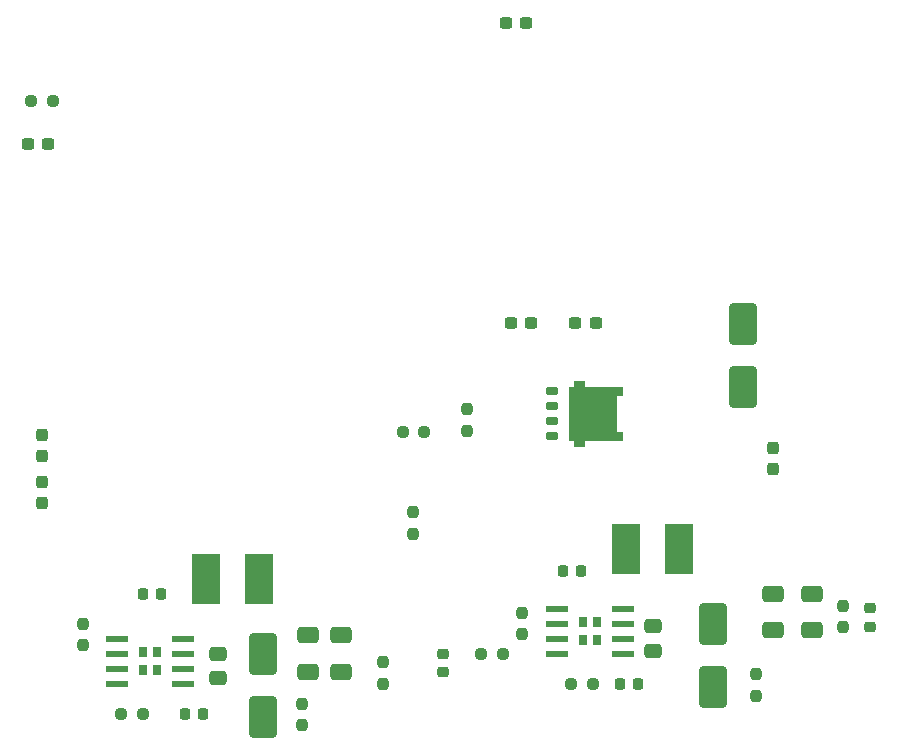
<source format=gbr>
%TF.GenerationSoftware,KiCad,Pcbnew,9.99.0-1132-g883a1f8d97*%
%TF.CreationDate,2025-07-04T12:47:25+02:00*%
%TF.ProjectId,BondheadSteering,426f6e64-6865-4616-9453-74656572696e,1*%
%TF.SameCoordinates,Original*%
%TF.FileFunction,Paste,Top*%
%TF.FilePolarity,Positive*%
%FSLAX46Y46*%
G04 Gerber Fmt 4.6, Leading zero omitted, Abs format (unit mm)*
G04 Created by KiCad (PCBNEW 9.99.0-1132-g883a1f8d97) date 2025-07-04 12:47:25*
%MOMM*%
%LPD*%
G01*
G04 APERTURE LIST*
G04 Aperture macros list*
%AMRoundRect*
0 Rectangle with rounded corners*
0 $1 Rounding radius*
0 $2 $3 $4 $5 $6 $7 $8 $9 X,Y pos of 4 corners*
0 Add a 4 corners polygon primitive as box body*
4,1,4,$2,$3,$4,$5,$6,$7,$8,$9,$2,$3,0*
0 Add four circle primitives for the rounded corners*
1,1,$1+$1,$2,$3*
1,1,$1+$1,$4,$5*
1,1,$1+$1,$6,$7*
1,1,$1+$1,$8,$9*
0 Add four rect primitives between the rounded corners*
20,1,$1+$1,$2,$3,$4,$5,0*
20,1,$1+$1,$4,$5,$6,$7,0*
20,1,$1+$1,$6,$7,$8,$9,0*
20,1,$1+$1,$8,$9,$2,$3,0*%
%AMFreePoly0*
4,1,18,-0.697500,2.280000,2.027500,2.280000,2.502500,2.280000,2.502500,1.530000,2.027500,1.530000,2.027500,-1.530000,2.502500,-1.530000,2.502500,-2.280000,-0.697500,-2.280000,-0.697500,-2.775000,-1.602500,-2.775000,-1.602500,-2.280000,-2.027500,-2.280000,-2.027500,2.280000,-1.602500,2.280000,-1.602500,2.775000,-0.697500,2.775000,-0.697500,2.280000,-0.697500,2.280000,$1*%
G04 Aperture macros list end*
%ADD10R,2.400000X4.200000*%
%ADD11RoundRect,0.225000X-0.250000X0.225000X-0.250000X-0.225000X0.250000X-0.225000X0.250000X0.225000X0*%
%ADD12RoundRect,0.250000X-0.900000X1.500000X-0.900000X-1.500000X0.900000X-1.500000X0.900000X1.500000X0*%
%ADD13RoundRect,0.237500X-0.237500X0.250000X-0.237500X-0.250000X0.237500X-0.250000X0.237500X0.250000X0*%
%ADD14RoundRect,0.225000X-0.225000X-0.250000X0.225000X-0.250000X0.225000X0.250000X-0.225000X0.250000X0*%
%ADD15RoundRect,0.250000X-0.475000X0.337500X-0.475000X-0.337500X0.475000X-0.337500X0.475000X0.337500X0*%
%ADD16RoundRect,0.237500X0.237500X-0.250000X0.237500X0.250000X-0.237500X0.250000X-0.237500X-0.250000X0*%
%ADD17RoundRect,0.237500X0.250000X0.237500X-0.250000X0.237500X-0.250000X-0.237500X0.250000X-0.237500X0*%
%ADD18RoundRect,0.237500X0.300000X0.237500X-0.300000X0.237500X-0.300000X-0.237500X0.300000X-0.237500X0*%
%ADD19RoundRect,0.250000X-0.650000X0.412500X-0.650000X-0.412500X0.650000X-0.412500X0.650000X0.412500X0*%
%ADD20RoundRect,0.237500X0.237500X-0.300000X0.237500X0.300000X-0.237500X0.300000X-0.237500X-0.300000X0*%
%ADD21R,1.910000X0.610000*%
%ADD22R,0.723000X0.930000*%
%ADD23RoundRect,0.237500X-0.237500X0.300000X-0.237500X-0.300000X0.237500X-0.300000X0.237500X0.300000X0*%
%ADD24RoundRect,0.250000X0.900000X-1.500000X0.900000X1.500000X-0.900000X1.500000X-0.900000X-1.500000X0*%
%ADD25RoundRect,0.237500X-0.250000X-0.237500X0.250000X-0.237500X0.250000X0.237500X-0.250000X0.237500X0*%
%ADD26RoundRect,0.237500X-0.237500X0.287500X-0.237500X-0.287500X0.237500X-0.287500X0.237500X0.287500X0*%
%ADD27RoundRect,0.187500X-0.312500X-0.187500X0.312500X-0.187500X0.312500X0.187500X-0.312500X0.187500X0*%
%ADD28FreePoly0,0.000000*%
G04 APERTURE END LIST*
D10*
%TO.C,L3*%
X137450000Y-102870000D03*
X141950000Y-102870000D03*
%TD*%
D11*
%TO.C,C11*%
X121920000Y-111760000D03*
X121920000Y-113310000D03*
%TD*%
D12*
%TO.C,D2*%
X144780000Y-109220000D03*
X144780000Y-114620000D03*
%TD*%
D13*
%TO.C,R4*%
X91440000Y-109220000D03*
X91440000Y-111045000D03*
%TD*%
D14*
%TO.C,C7*%
X100050000Y-116840000D03*
X101600000Y-116840000D03*
%TD*%
D15*
%TO.C,C8*%
X102870000Y-111760000D03*
X102870000Y-113835000D03*
%TD*%
D16*
%TO.C,R13*%
X110000000Y-117833900D03*
X110000000Y-116008900D03*
%TD*%
D17*
%TO.C,R6*%
X96520000Y-116840000D03*
X94695000Y-116840000D03*
%TD*%
D18*
%TO.C,C2*%
X129381324Y-83769956D03*
X127656324Y-83769956D03*
%TD*%
D17*
%TO.C,R9*%
X134620000Y-114300000D03*
X132795000Y-114300000D03*
%TD*%
D13*
%TO.C,R10*%
X119412500Y-99775000D03*
X119412500Y-101600000D03*
%TD*%
D19*
%TO.C,C10*%
X110500000Y-110196400D03*
X110500000Y-113321400D03*
%TD*%
D20*
%TO.C,C6*%
X88000000Y-95000000D03*
X88000000Y-93275000D03*
%TD*%
D21*
%TO.C,U2*%
X131600000Y-107950000D03*
X131600000Y-109220000D03*
X131600000Y-110490000D03*
X131600000Y-111760000D03*
X137160000Y-111760000D03*
X137160000Y-110490000D03*
X137160000Y-109220000D03*
X137160000Y-107950000D03*
D22*
X133777500Y-109080000D03*
X133777500Y-110630000D03*
X134982500Y-109080000D03*
X134982500Y-110630000D03*
%TD*%
D17*
%TO.C,R1*%
X88900000Y-65000000D03*
X87075000Y-65000000D03*
%TD*%
D14*
%TO.C,C9*%
X96520000Y-106680000D03*
X98070000Y-106680000D03*
%TD*%
D17*
%TO.C,R11*%
X127000000Y-111760000D03*
X125175000Y-111760000D03*
%TD*%
D19*
%TO.C,C15*%
X153210000Y-106680000D03*
X153210000Y-109805000D03*
%TD*%
D18*
%TO.C,C3*%
X128973824Y-58369956D03*
X127248824Y-58369956D03*
%TD*%
D23*
%TO.C,C5*%
X149860000Y-94387500D03*
X149860000Y-96112500D03*
%TD*%
D16*
%TO.C,R12*%
X148400000Y-115346400D03*
X148400000Y-113521400D03*
%TD*%
D18*
%TO.C,C1*%
X88492500Y-68580000D03*
X86767500Y-68580000D03*
%TD*%
D15*
%TO.C,C13*%
X139700000Y-109452500D03*
X139700000Y-111527500D03*
%TD*%
D24*
%TO.C,D4*%
X147320000Y-89220000D03*
X147320000Y-83820000D03*
%TD*%
D21*
%TO.C,U1*%
X94342500Y-110490000D03*
X94342500Y-111760000D03*
X94342500Y-113030000D03*
X94342500Y-114300000D03*
X99902500Y-114300000D03*
X99902500Y-113030000D03*
X99902500Y-111760000D03*
X99902500Y-110490000D03*
D22*
X96520000Y-111620000D03*
X96520000Y-113170000D03*
X97725000Y-111620000D03*
X97725000Y-113170000D03*
%TD*%
D16*
%TO.C,R5*%
X116840000Y-114300000D03*
X116840000Y-112475000D03*
%TD*%
%TO.C,R3*%
X124000000Y-92912500D03*
X124000000Y-91087500D03*
%TD*%
D10*
%TO.C,L2*%
X101890000Y-105410000D03*
X106390000Y-105410000D03*
%TD*%
D13*
%TO.C,R7*%
X128627500Y-108307500D03*
X128627500Y-110132500D03*
%TD*%
D25*
%TO.C,R2*%
X118500000Y-93000000D03*
X120325000Y-93000000D03*
%TD*%
D11*
%TO.C,C16*%
X158100000Y-107946400D03*
X158100000Y-109496400D03*
%TD*%
D26*
%TO.C,L1*%
X88000000Y-97250000D03*
X88000000Y-99000000D03*
%TD*%
D19*
%TO.C,C17*%
X149860000Y-106680000D03*
X149860000Y-109805000D03*
%TD*%
D18*
%TO.C,C4*%
X134868824Y-83769956D03*
X133143824Y-83769956D03*
%TD*%
D14*
%TO.C,C12*%
X136880000Y-114300000D03*
X138430000Y-114300000D03*
%TD*%
D16*
%TO.C,R8*%
X155800000Y-109533900D03*
X155800000Y-107708900D03*
%TD*%
D14*
%TO.C,C14*%
X132080000Y-104760000D03*
X133630000Y-104760000D03*
%TD*%
D19*
%TO.C,C18*%
X113300000Y-110196400D03*
X113300000Y-113321400D03*
%TD*%
D27*
%TO.C,Q1*%
X131127750Y-89535000D03*
X131127750Y-90805000D03*
X131127750Y-92075000D03*
X131127750Y-93345000D03*
D28*
X134620000Y-91440000D03*
%TD*%
D12*
%TO.C,D3*%
X106680000Y-111760000D03*
X106680000Y-117160000D03*
%TD*%
M02*

</source>
